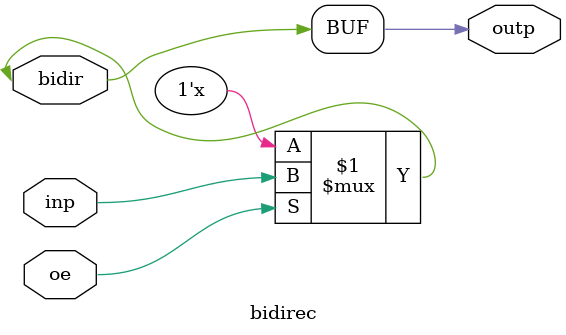
<source format=sv>


//endmodule

 module bidirec (input wire oe, input wire inp, output wire outp, inout wire bidir);

    assign bidir = oe ? inp : 1'bZ ;
    assign outp  = bidir;

 endmodule
</source>
